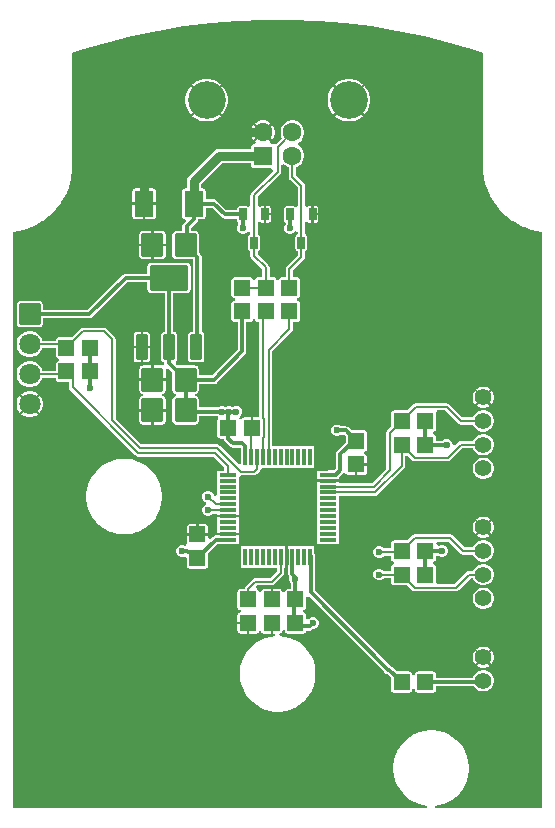
<source format=gtl>
G04*
G04 #@! TF.GenerationSoftware,Altium Limited,Altium Designer,22.3.1 (43)*
G04*
G04 Layer_Physical_Order=1*
G04 Layer_Color=255*
%FSLAX42Y42*%
%MOMM*%
G71*
G04*
G04 #@! TF.SameCoordinates,4198B530-315D-40FA-A6EC-FFF3DE07C210*
G04*
G04*
G04 #@! TF.FilePolarity,Positive*
G04*
G01*
G75*
%ADD11C,0.20*%
G04:AMPARAMS|DCode=13|XSize=1.4mm|YSize=1.4mm|CornerRadius=0.07mm|HoleSize=0mm|Usage=FLASHONLY|Rotation=90.000|XOffset=0mm|YOffset=0mm|HoleType=Round|Shape=RoundedRectangle|*
%AMROUNDEDRECTD13*
21,1,1.40,1.26,0,0,90.0*
21,1,1.26,1.40,0,0,90.0*
1,1,0.14,0.63,0.63*
1,1,0.14,0.63,-0.63*
1,1,0.14,-0.63,-0.63*
1,1,0.14,-0.63,0.63*
%
%ADD13ROUNDEDRECTD13*%
%ADD14R,1.45X0.30*%
%ADD15R,0.30X1.45*%
G04:AMPARAMS|DCode=16|XSize=1.4mm|YSize=1.4mm|CornerRadius=0.07mm|HoleSize=0mm|Usage=FLASHONLY|Rotation=0.000|XOffset=0mm|YOffset=0mm|HoleType=Round|Shape=RoundedRectangle|*
%AMROUNDEDRECTD16*
21,1,1.40,1.26,0,0,0.0*
21,1,1.26,1.40,0,0,0.0*
1,1,0.14,0.63,-0.63*
1,1,0.14,-0.63,-0.63*
1,1,0.14,-0.63,0.63*
1,1,0.14,0.63,0.63*
%
%ADD16ROUNDEDRECTD16*%
G04:AMPARAMS|DCode=17|XSize=2mm|YSize=1.8mm|CornerRadius=0.09mm|HoleSize=0mm|Usage=FLASHONLY|Rotation=90.000|XOffset=0mm|YOffset=0mm|HoleType=Round|Shape=RoundedRectangle|*
%AMROUNDEDRECTD17*
21,1,2.00,1.62,0,0,90.0*
21,1,1.82,1.80,0,0,90.0*
1,1,0.18,0.81,0.91*
1,1,0.18,0.81,-0.91*
1,1,0.18,-0.81,-0.91*
1,1,0.18,-0.81,0.91*
%
%ADD17ROUNDEDRECTD17*%
G04:AMPARAMS|DCode=18|XSize=3.25mm|YSize=2.15mm|CornerRadius=0.11mm|HoleSize=0mm|Usage=FLASHONLY|Rotation=180.000|XOffset=0mm|YOffset=0mm|HoleType=Round|Shape=RoundedRectangle|*
%AMROUNDEDRECTD18*
21,1,3.25,1.94,0,0,180.0*
21,1,3.04,2.15,0,0,180.0*
1,1,0.22,-1.52,0.97*
1,1,0.22,1.52,0.97*
1,1,0.22,1.52,-0.97*
1,1,0.22,-1.52,-0.97*
%
%ADD18ROUNDEDRECTD18*%
G04:AMPARAMS|DCode=19|XSize=1mm|YSize=2.15mm|CornerRadius=0.05mm|HoleSize=0mm|Usage=FLASHONLY|Rotation=180.000|XOffset=0mm|YOffset=0mm|HoleType=Round|Shape=RoundedRectangle|*
%AMROUNDEDRECTD19*
21,1,1.00,2.05,0,0,180.0*
21,1,0.90,2.15,0,0,180.0*
1,1,0.10,-0.45,1.02*
1,1,0.10,0.45,1.02*
1,1,0.10,0.45,-1.02*
1,1,0.10,-0.45,-1.02*
%
%ADD19ROUNDEDRECTD19*%
G04:AMPARAMS|DCode=20|XSize=2.2mm|YSize=1.6mm|CornerRadius=0.08mm|HoleSize=0mm|Usage=FLASHONLY|Rotation=270.000|XOffset=0mm|YOffset=0mm|HoleType=Round|Shape=RoundedRectangle|*
%AMROUNDEDRECTD20*
21,1,2.20,1.44,0,0,270.0*
21,1,2.04,1.60,0,0,270.0*
1,1,0.16,-0.72,-1.02*
1,1,0.16,-0.72,1.02*
1,1,0.16,0.72,1.02*
1,1,0.16,0.72,-1.02*
%
%ADD20ROUNDEDRECTD20*%
G04:AMPARAMS|DCode=21|XSize=0.6mm|YSize=1mm|CornerRadius=0.03mm|HoleSize=0mm|Usage=FLASHONLY|Rotation=0.000|XOffset=0mm|YOffset=0mm|HoleType=Round|Shape=RoundedRectangle|*
%AMROUNDEDRECTD21*
21,1,0.60,0.94,0,0,0.0*
21,1,0.54,1.00,0,0,0.0*
1,1,0.06,0.27,-0.47*
1,1,0.06,-0.27,-0.47*
1,1,0.06,-0.27,0.47*
1,1,0.06,0.27,0.47*
%
%ADD21ROUNDEDRECTD21*%
%ADD37C,0.30*%
%ADD38C,0.80*%
%ADD39C,1.40*%
%ADD40C,1.80*%
G04:AMPARAMS|DCode=41|XSize=1.8mm|YSize=1.8mm|CornerRadius=0.09mm|HoleSize=0mm|Usage=FLASHONLY|Rotation=270.000|XOffset=0mm|YOffset=0mm|HoleType=Round|Shape=RoundedRectangle|*
%AMROUNDEDRECTD41*
21,1,1.80,1.62,0,0,270.0*
21,1,1.62,1.80,0,0,270.0*
1,1,0.18,-0.81,-0.81*
1,1,0.18,-0.81,0.81*
1,1,0.18,0.81,0.81*
1,1,0.18,0.81,-0.81*
%
%ADD41ROUNDEDRECTD41*%
G04:AMPARAMS|DCode=42|XSize=1.6mm|YSize=1.6mm|CornerRadius=0.08mm|HoleSize=0mm|Usage=FLASHONLY|Rotation=180.000|XOffset=0mm|YOffset=0mm|HoleType=Round|Shape=RoundedRectangle|*
%AMROUNDEDRECTD42*
21,1,1.60,1.44,0,0,180.0*
21,1,1.44,1.60,0,0,180.0*
1,1,0.16,-0.72,0.72*
1,1,0.16,0.72,0.72*
1,1,0.16,0.72,-0.72*
1,1,0.16,-0.72,-0.72*
%
%ADD42ROUNDEDRECTD42*%
%ADD43C,3.20*%
%ADD44C,1.60*%
%ADD45C,0.60*%
G36*
X2413Y6739D02*
X2640Y6729D01*
X2866Y6711D01*
X3091Y6683D01*
X3314Y6646D01*
X3536Y6599D01*
X3756Y6543D01*
X3973Y6479D01*
X4039Y6456D01*
X4039Y5500D01*
X4039Y5499D01*
X4039Y5498D01*
X4040Y5465D01*
X4041Y5462D01*
X4040Y5459D01*
X4049Y5394D01*
X4050Y5391D01*
X4051Y5387D01*
X4067Y5323D01*
X4069Y5320D01*
X4070Y5316D01*
X4095Y5255D01*
X4097Y5252D01*
X4099Y5248D01*
X4131Y5192D01*
X4134Y5189D01*
X4136Y5185D01*
X4176Y5133D01*
X4179Y5130D01*
X4181Y5127D01*
X4227Y5081D01*
X4230Y5079D01*
X4233Y5076D01*
X4285Y5036D01*
X4289Y5034D01*
X4292Y5031D01*
X4348Y4999D01*
X4352Y4997D01*
X4355Y4995D01*
X4416Y4970D01*
X4420Y4969D01*
X4423Y4967D01*
X4487Y4951D01*
X4491Y4950D01*
X4494Y4949D01*
X4539Y4943D01*
Y61D01*
X3634D01*
X3633Y81D01*
X3661Y85D01*
X3663Y85D01*
X3664Y85D01*
X3702Y96D01*
X3703Y96D01*
X3704Y96D01*
X3741Y112D01*
X3742Y112D01*
X3743Y113D01*
X3777Y132D01*
X3778Y133D01*
X3779Y134D01*
X3811Y158D01*
X3812Y159D01*
X3813Y160D01*
X3840Y187D01*
X3841Y188D01*
X3842Y189D01*
X3866Y221D01*
X3867Y222D01*
X3868Y223D01*
X3887Y257D01*
X3888Y258D01*
X3888Y259D01*
X3904Y296D01*
X3904Y297D01*
X3904Y298D01*
X3915Y336D01*
X3915Y337D01*
X3915Y339D01*
X3920Y378D01*
X3920Y379D01*
X3920Y380D01*
Y420D01*
X3920Y421D01*
X3920Y422D01*
X3915Y461D01*
X3915Y463D01*
X3915Y464D01*
X3904Y502D01*
X3904Y503D01*
X3904Y504D01*
X3888Y541D01*
X3888Y542D01*
X3887Y543D01*
X3868Y577D01*
X3867Y578D01*
X3866Y579D01*
X3842Y611D01*
X3841Y612D01*
X3840Y613D01*
X3813Y640D01*
X3812Y641D01*
X3811Y642D01*
X3779Y666D01*
X3778Y667D01*
X3777Y668D01*
X3743Y687D01*
X3742Y688D01*
X3741Y688D01*
X3704Y704D01*
X3703Y704D01*
X3702Y704D01*
X3664Y715D01*
X3663Y715D01*
X3661Y715D01*
X3622Y720D01*
X3621Y720D01*
X3620Y720D01*
X3580D01*
X3579Y720D01*
X3578Y720D01*
X3539Y715D01*
X3537Y715D01*
X3536Y715D01*
X3498Y704D01*
X3497Y704D01*
X3496Y704D01*
X3459Y688D01*
X3458Y688D01*
X3457Y687D01*
X3423Y668D01*
X3422Y667D01*
X3421Y666D01*
X3389Y642D01*
X3388Y641D01*
X3387Y640D01*
X3360Y613D01*
X3359Y612D01*
X3358Y611D01*
X3334Y579D01*
X3333Y578D01*
X3332Y577D01*
X3313Y543D01*
X3312Y542D01*
X3312Y541D01*
X3296Y504D01*
X3296Y503D01*
X3296Y502D01*
X3285Y464D01*
X3285Y463D01*
X3285Y461D01*
X3280Y422D01*
X3280Y421D01*
X3280Y420D01*
Y380D01*
X3280Y379D01*
X3280Y378D01*
X3285Y339D01*
X3285Y337D01*
X3285Y336D01*
X3296Y298D01*
X3296Y297D01*
X3296Y296D01*
X3312Y259D01*
X3312Y258D01*
X3313Y257D01*
X3332Y223D01*
X3333Y222D01*
X3334Y221D01*
X3358Y189D01*
X3359Y188D01*
X3360Y187D01*
X3387Y160D01*
X3388Y159D01*
X3389Y158D01*
X3421Y134D01*
X3422Y133D01*
X3423Y132D01*
X3457Y113D01*
X3458Y112D01*
X3459Y112D01*
X3496Y96D01*
X3497Y96D01*
X3498Y96D01*
X3536Y85D01*
X3537Y85D01*
X3539Y85D01*
X3567Y81D01*
X3566Y61D01*
X61D01*
Y4943D01*
X106Y4949D01*
X109Y4950D01*
X113Y4951D01*
X177Y4967D01*
X180Y4969D01*
X184Y4970D01*
X245Y4995D01*
X248Y4997D01*
X252Y4999D01*
X308Y5031D01*
X311Y5034D01*
X315Y5036D01*
X367Y5076D01*
X370Y5079D01*
X373Y5081D01*
X419Y5127D01*
X421Y5130D01*
X424Y5133D01*
X464Y5185D01*
X466Y5189D01*
X469Y5192D01*
X501Y5248D01*
X503Y5252D01*
X505Y5255D01*
X530Y5316D01*
X531Y5320D01*
X533Y5323D01*
X549Y5387D01*
X550Y5391D01*
X551Y5394D01*
X560Y5459D01*
X559Y5462D01*
X560Y5465D01*
X561Y5498D01*
X561Y5499D01*
X561Y5500D01*
X561Y6456D01*
X627Y6479D01*
X844Y6543D01*
X1064Y6599D01*
X1286Y6646D01*
X1509Y6683D01*
X1734Y6711D01*
X1960Y6729D01*
X2187Y6739D01*
X2413Y6739D01*
D02*
G37*
%LPC*%
G36*
X2920Y6235D02*
X2884D01*
X2849Y6229D01*
X2817Y6215D01*
X2787Y6195D01*
X2782Y6190D01*
X2902Y6070D01*
X3022Y6190D01*
X3017Y6195D01*
X2987Y6215D01*
X2955Y6229D01*
X2920Y6235D01*
D02*
G37*
G36*
X1716D02*
X1680D01*
X1645Y6229D01*
X1613Y6215D01*
X1583Y6195D01*
X1578Y6190D01*
X1698Y6070D01*
X1818Y6190D01*
X1813Y6195D01*
X1783Y6215D01*
X1751Y6229D01*
X1716Y6235D01*
D02*
G37*
G36*
X2768Y6176D02*
X2762Y6170D01*
X2742Y6141D01*
X2729Y6108D01*
X2722Y6073D01*
Y6038D01*
X2729Y6003D01*
X2742Y5970D01*
X2762Y5941D01*
X2768Y5935D01*
X2888Y6056D01*
X2768Y6176D01*
D02*
G37*
G36*
X3036Y6176D02*
X2916Y6056D01*
X3036Y5935D01*
X3042Y5941D01*
X3062Y5970D01*
X3075Y6003D01*
X3082Y6038D01*
Y6073D01*
X3075Y6108D01*
X3062Y6141D01*
X3042Y6170D01*
X3036Y6176D01*
D02*
G37*
G36*
X1832Y6176D02*
X1712Y6056D01*
X1832Y5935D01*
X1838Y5941D01*
X1858Y5970D01*
X1871Y6003D01*
X1878Y6038D01*
Y6073D01*
X1871Y6108D01*
X1858Y6141D01*
X1838Y6170D01*
X1832Y6176D01*
D02*
G37*
G36*
X1564D02*
X1558Y6170D01*
X1538Y6141D01*
X1525Y6108D01*
X1518Y6073D01*
Y6038D01*
X1525Y6003D01*
X1538Y5970D01*
X1558Y5941D01*
X1564Y5935D01*
X1684Y6056D01*
X1564Y6176D01*
D02*
G37*
G36*
X2902Y6041D02*
X2782Y5921D01*
X2787Y5916D01*
X2817Y5896D01*
X2849Y5882D01*
X2884Y5876D01*
X2920D01*
X2955Y5882D01*
X2987Y5896D01*
X3017Y5916D01*
X3022Y5921D01*
X2902Y6041D01*
D02*
G37*
G36*
X1698Y6041D02*
X1578Y5921D01*
X1583Y5916D01*
X1613Y5896D01*
X1645Y5882D01*
X1680Y5876D01*
X1716D01*
X1751Y5882D01*
X1783Y5896D01*
X1813Y5916D01*
X1818Y5921D01*
X1698Y6041D01*
D02*
G37*
G36*
X2188Y5885D02*
X2162D01*
X2136Y5878D01*
X2114Y5865D01*
X2111Y5862D01*
X2175Y5799D01*
X2239Y5862D01*
X2236Y5865D01*
X2214Y5878D01*
X2188Y5885D01*
D02*
G37*
G36*
X2253Y5848D02*
X2189Y5784D01*
X2253Y5721D01*
X2255Y5723D01*
X2268Y5746D01*
X2275Y5771D01*
Y5798D01*
X2268Y5823D01*
X2255Y5846D01*
X2253Y5848D01*
D02*
G37*
G36*
X2097Y5848D02*
X2095Y5846D01*
X2082Y5823D01*
X2075Y5798D01*
Y5771D01*
X2082Y5746D01*
X2095Y5723D01*
X2097Y5721D01*
X2161Y5784D01*
X2097Y5848D01*
D02*
G37*
G36*
X2438Y5885D02*
X2412D01*
X2386Y5878D01*
X2364Y5865D01*
X2345Y5846D01*
X2332Y5823D01*
X2325Y5798D01*
Y5771D01*
X2332Y5746D01*
X2336Y5739D01*
X2284Y5687D01*
X2275Y5681D01*
X2258Y5683D01*
X2247Y5685D01*
X2243D01*
X2237Y5702D01*
X2237Y5705D01*
X2239Y5707D01*
X2175Y5770D01*
X2111Y5707D01*
X2113Y5705D01*
X2113Y5702D01*
X2107Y5685D01*
X2103D01*
X2092Y5683D01*
X2083Y5677D01*
X2077Y5667D01*
X2074Y5656D01*
Y5646D01*
X1805D01*
X1781Y5641D01*
X1761Y5628D01*
X1547Y5413D01*
X1533Y5393D01*
X1529Y5370D01*
Y5311D01*
X1518D01*
X1507Y5308D01*
X1498Y5302D01*
X1492Y5293D01*
X1489Y5282D01*
Y5078D01*
X1492Y5067D01*
X1498Y5058D01*
X1507Y5052D01*
X1512Y5051D01*
X1521Y5031D01*
X1505Y5015D01*
X1497Y5004D01*
X1494Y4990D01*
Y4951D01*
X1439D01*
X1428Y4948D01*
X1418Y4942D01*
X1412Y4932D01*
X1409Y4921D01*
Y4739D01*
X1412Y4728D01*
X1418Y4718D01*
X1428Y4712D01*
X1439Y4709D01*
X1584D01*
Y4095D01*
X1565D01*
X1555Y4094D01*
X1547Y4088D01*
X1541Y4080D01*
X1540Y4070D01*
Y3865D01*
X1541Y3855D01*
X1547Y3847D01*
X1555Y3841D01*
X1565Y3840D01*
X1655D01*
X1665Y3841D01*
X1673Y3847D01*
X1679Y3855D01*
X1680Y3865D01*
Y4070D01*
X1679Y4080D01*
X1673Y4088D01*
X1665Y4094D01*
X1656Y4095D01*
Y4730D01*
X1653Y4744D01*
X1645Y4755D01*
X1631Y4770D01*
Y4921D01*
X1628Y4932D01*
X1622Y4942D01*
X1612Y4948D01*
X1601Y4951D01*
X1566D01*
Y4975D01*
X1615Y5025D01*
X1623Y5036D01*
X1626Y5049D01*
X1662D01*
X1673Y5052D01*
X1682Y5058D01*
X1688Y5067D01*
X1691Y5078D01*
Y5144D01*
X1745D01*
X1825Y5065D01*
X1836Y5057D01*
X1850Y5054D01*
X1955D01*
Y5043D01*
X1956Y5034D01*
X1961Y5026D01*
X1966Y5024D01*
X1967Y5007D01*
X1966Y5002D01*
X1963Y4998D01*
X1955Y4980D01*
Y4960D01*
X1963Y4942D01*
X1977Y4928D01*
X1995Y4920D01*
X2015D01*
X2033Y4928D01*
X2047Y4942D01*
X2049Y4947D01*
X2069Y4943D01*
Y4920D01*
X2064Y4919D01*
X2056Y4914D01*
X2051Y4906D01*
X2050Y4897D01*
Y4803D01*
X2051Y4794D01*
X2056Y4786D01*
X2064Y4781D01*
X2069Y4780D01*
Y4740D01*
X2069Y4740D01*
X2072Y4728D01*
X2078Y4718D01*
X2169Y4627D01*
Y4561D01*
X2137D01*
X2126Y4558D01*
X2118Y4552D01*
X2112Y4544D01*
X2109Y4533D01*
X2091D01*
X2088Y4544D01*
X2082Y4552D01*
X2074Y4558D01*
X2063Y4561D01*
X1937D01*
X1926Y4558D01*
X1918Y4552D01*
X1912Y4544D01*
X1909Y4533D01*
Y4407D01*
X1912Y4396D01*
X1918Y4388D01*
X1926Y4382D01*
X1937Y4379D01*
Y4361D01*
X1926Y4358D01*
X1918Y4352D01*
X1912Y4344D01*
X1909Y4333D01*
Y4207D01*
X1912Y4196D01*
X1918Y4188D01*
X1926Y4182D01*
X1937Y4179D01*
X1964D01*
Y3945D01*
X1745Y3726D01*
X1631D01*
Y3781D01*
X1628Y3792D01*
X1622Y3802D01*
X1612Y3808D01*
X1601Y3811D01*
X1450D01*
X1439Y3822D01*
X1438Y3826D01*
X1442Y3846D01*
X1443Y3847D01*
X1449Y3855D01*
X1450Y3865D01*
Y4070D01*
X1449Y4080D01*
X1443Y4088D01*
X1435Y4094D01*
X1425Y4095D01*
X1416D01*
Y4424D01*
X1532D01*
X1544Y4427D01*
X1554Y4434D01*
X1561Y4444D01*
X1563Y4456D01*
Y4649D01*
X1561Y4661D01*
X1554Y4671D01*
X1544Y4678D01*
X1532Y4681D01*
X1228D01*
X1216Y4678D01*
X1206Y4671D01*
X1199Y4661D01*
X1197Y4649D01*
Y4588D01*
X1012D01*
X999Y4585D01*
X987Y4578D01*
X689Y4280D01*
X311D01*
Y4325D01*
X308Y4336D01*
X302Y4346D01*
X292Y4352D01*
X281Y4355D01*
X119D01*
X108Y4352D01*
X98Y4346D01*
X92Y4336D01*
X89Y4325D01*
Y4163D01*
X92Y4152D01*
X98Y4142D01*
X108Y4136D01*
X119Y4133D01*
X281D01*
X292Y4136D01*
X302Y4142D01*
X308Y4152D01*
X311Y4163D01*
Y4208D01*
X704D01*
X718Y4211D01*
X729Y4219D01*
X1027Y4517D01*
X1197D01*
Y4456D01*
X1199Y4444D01*
X1206Y4434D01*
X1216Y4427D01*
X1228Y4424D01*
X1344D01*
Y4095D01*
X1335D01*
X1325Y4094D01*
X1317Y4088D01*
X1311Y4080D01*
X1310Y4070D01*
Y3865D01*
X1311Y3855D01*
X1317Y3847D01*
X1325Y3841D01*
X1335Y3840D01*
X1336D01*
X1341Y3824D01*
X1326Y3809D01*
X1321Y3811D01*
X1250D01*
Y3700D01*
X1351D01*
Y3781D01*
X1351Y3781D01*
X1369Y3790D01*
X1409Y3750D01*
Y3599D01*
X1412Y3588D01*
X1418Y3578D01*
X1428Y3572D01*
X1439Y3569D01*
Y3551D01*
X1428Y3548D01*
X1418Y3542D01*
X1412Y3532D01*
X1409Y3521D01*
Y3339D01*
X1412Y3328D01*
X1418Y3318D01*
X1428Y3312D01*
X1439Y3309D01*
X1601D01*
X1612Y3312D01*
X1622Y3318D01*
X1628Y3328D01*
X1631Y3339D01*
Y3384D01*
X1795D01*
X1797Y3365D01*
X1795Y3359D01*
X1792Y3354D01*
X1789Y3343D01*
Y3217D01*
X1792Y3206D01*
X1798Y3198D01*
X1806Y3192D01*
X1817Y3189D01*
X1844D01*
X1847Y3176D01*
X1855Y3165D01*
X1895Y3125D01*
X1906Y3117D01*
X1920Y3114D01*
X1985D01*
X1989Y3110D01*
Y3033D01*
X1990Y3029D01*
Y2979D01*
X1972Y2972D01*
X1812Y3132D01*
X1802Y3138D01*
X1790Y3141D01*
X1790Y3141D01*
X1147D01*
X928Y3360D01*
Y4033D01*
X925Y4045D01*
X919Y4055D01*
X919Y4055D01*
X852Y4122D01*
X842Y4128D01*
X830Y4131D01*
X830Y4131D01*
X650D01*
X650Y4131D01*
X638Y4128D01*
X628Y4122D01*
X628Y4122D01*
X557Y4051D01*
X447D01*
X436Y4048D01*
X428Y4042D01*
X422Y4034D01*
X419Y4023D01*
Y4021D01*
X306D01*
X303Y4032D01*
X288Y4058D01*
X268Y4078D01*
X242Y4093D01*
X214Y4100D01*
X186D01*
X158Y4093D01*
X132Y4078D01*
X112Y4058D01*
X97Y4032D01*
X90Y4004D01*
Y3976D01*
X97Y3948D01*
X112Y3922D01*
X132Y3902D01*
X158Y3887D01*
X186Y3880D01*
X214D01*
X242Y3887D01*
X268Y3902D01*
X288Y3922D01*
X303Y3948D01*
X306Y3959D01*
X419D01*
Y3897D01*
X422Y3886D01*
X428Y3878D01*
X436Y3872D01*
X447Y3869D01*
Y3851D01*
X436Y3848D01*
X428Y3842D01*
X422Y3834D01*
X419Y3823D01*
Y3767D01*
X306D01*
X303Y3778D01*
X288Y3804D01*
X268Y3824D01*
X242Y3839D01*
X214Y3846D01*
X186D01*
X158Y3839D01*
X132Y3824D01*
X112Y3804D01*
X97Y3778D01*
X90Y3750D01*
Y3722D01*
X97Y3694D01*
X112Y3668D01*
X132Y3648D01*
X158Y3633D01*
X186Y3626D01*
X214D01*
X242Y3633D01*
X268Y3648D01*
X288Y3668D01*
X303Y3694D01*
X306Y3705D01*
X419D01*
Y3697D01*
X422Y3686D01*
X428Y3678D01*
X436Y3672D01*
X447Y3669D01*
X532D01*
Y3625D01*
X532Y3625D01*
X535Y3613D01*
X541Y3603D01*
X1096Y3048D01*
X1096Y3048D01*
X1106Y3042D01*
X1118Y3039D01*
X1757D01*
X1847Y2950D01*
Y2920D01*
X1785D01*
Y2800D01*
Y2713D01*
X1765Y2702D01*
X1760Y2706D01*
Y2710D01*
X1752Y2728D01*
X1738Y2742D01*
X1720Y2750D01*
X1700D01*
X1682Y2742D01*
X1668Y2728D01*
X1660Y2710D01*
Y2690D01*
X1668Y2672D01*
X1682Y2658D01*
X1692Y2653D01*
X1692Y2632D01*
X1681Y2627D01*
X1667Y2613D01*
X1659Y2595D01*
Y2575D01*
X1667Y2557D01*
X1681Y2543D01*
X1699Y2535D01*
X1719D01*
X1738Y2543D01*
X1749Y2554D01*
X1785D01*
Y2545D01*
X1877D01*
X1970D01*
Y2550D01*
Y2650D01*
Y2750D01*
Y2865D01*
X1990Y2879D01*
X2100D01*
X2100Y2879D01*
X2112Y2882D01*
X2122Y2888D01*
X2147Y2913D01*
X2147Y2913D01*
X2153Y2923D01*
X2156Y2935D01*
X2174Y2940D01*
X2610D01*
Y3125D01*
X2256D01*
Y3932D01*
X2422Y4098D01*
X2422Y4098D01*
X2428Y4108D01*
X2431Y4120D01*
X2431Y4120D01*
Y4179D01*
X2463D01*
X2474Y4182D01*
X2482Y4188D01*
X2488Y4196D01*
X2491Y4207D01*
Y4333D01*
X2488Y4344D01*
X2482Y4352D01*
X2474Y4358D01*
X2463Y4361D01*
Y4379D01*
X2474Y4382D01*
X2482Y4388D01*
X2488Y4396D01*
X2491Y4407D01*
Y4533D01*
X2488Y4544D01*
X2482Y4552D01*
X2474Y4558D01*
X2463Y4561D01*
X2431D01*
Y4617D01*
X2522Y4708D01*
X2528Y4718D01*
X2531Y4730D01*
X2531Y4730D01*
Y4780D01*
X2536Y4781D01*
X2544Y4786D01*
X2549Y4794D01*
X2550Y4803D01*
Y4897D01*
X2549Y4906D01*
X2544Y4914D01*
X2536Y4919D01*
X2531Y4920D01*
Y5022D01*
X2551Y5028D01*
X2551Y5026D01*
X2559Y5021D01*
X2568Y5020D01*
X2585D01*
Y5090D01*
Y5160D01*
X2568D01*
X2559Y5159D01*
X2551Y5154D01*
X2551Y5152D01*
X2531Y5158D01*
Y5330D01*
X2528Y5342D01*
X2522Y5352D01*
X2522Y5352D01*
X2456Y5418D01*
Y5489D01*
X2464Y5491D01*
X2486Y5504D01*
X2505Y5523D01*
X2518Y5546D01*
X2525Y5571D01*
Y5598D01*
X2518Y5623D01*
X2505Y5646D01*
X2486Y5665D01*
X2471Y5674D01*
X2471Y5674D01*
Y5695D01*
X2471Y5695D01*
X2486Y5704D01*
X2505Y5723D01*
X2518Y5746D01*
X2525Y5771D01*
Y5798D01*
X2518Y5823D01*
X2505Y5846D01*
X2486Y5865D01*
X2464Y5878D01*
X2438Y5885D01*
D02*
G37*
G36*
X1242Y5311D02*
X1180D01*
Y5190D01*
X1271D01*
Y5282D01*
X1268Y5293D01*
X1262Y5302D01*
X1253Y5308D01*
X1242Y5311D01*
D02*
G37*
G36*
X1160D02*
X1098D01*
X1087Y5308D01*
X1078Y5302D01*
X1072Y5293D01*
X1069Y5282D01*
Y5190D01*
X1160D01*
Y5311D01*
D02*
G37*
G36*
X2622Y5160D02*
X2605D01*
Y5100D01*
X2645D01*
Y5137D01*
X2644Y5146D01*
X2639Y5154D01*
X2631Y5159D01*
X2622Y5160D01*
D02*
G37*
G36*
X1271Y5170D02*
X1180D01*
Y5049D01*
X1242D01*
X1253Y5052D01*
X1262Y5058D01*
X1268Y5067D01*
X1271Y5078D01*
Y5170D01*
D02*
G37*
G36*
X1160D02*
X1069D01*
Y5078D01*
X1072Y5067D01*
X1078Y5058D01*
X1087Y5052D01*
X1098Y5049D01*
X1160D01*
Y5170D01*
D02*
G37*
G36*
X2645Y5080D02*
X2605D01*
Y5020D01*
X2622D01*
X2631Y5021D01*
X2639Y5026D01*
X2644Y5034D01*
X2645Y5043D01*
Y5080D01*
D02*
G37*
G36*
X1321Y4951D02*
X1250D01*
Y4840D01*
X1351D01*
Y4921D01*
X1348Y4932D01*
X1342Y4942D01*
X1332Y4948D01*
X1321Y4951D01*
D02*
G37*
G36*
X1230D02*
X1159D01*
X1148Y4948D01*
X1138Y4942D01*
X1132Y4932D01*
X1129Y4921D01*
Y4840D01*
X1230D01*
Y4951D01*
D02*
G37*
G36*
X1351Y4820D02*
X1250D01*
Y4709D01*
X1321D01*
X1332Y4712D01*
X1342Y4718D01*
X1348Y4728D01*
X1351Y4739D01*
Y4820D01*
D02*
G37*
G36*
X1230D02*
X1129D01*
Y4739D01*
X1132Y4728D01*
X1138Y4718D01*
X1148Y4712D01*
X1159Y4709D01*
X1230D01*
Y4820D01*
D02*
G37*
G36*
X1195Y4095D02*
X1160D01*
Y3978D01*
X1220D01*
Y4070D01*
X1219Y4080D01*
X1213Y4088D01*
X1205Y4094D01*
X1195Y4095D01*
D02*
G37*
G36*
X1140D02*
X1105D01*
X1095Y4094D01*
X1087Y4088D01*
X1081Y4080D01*
X1080Y4070D01*
Y3978D01*
X1140D01*
Y4095D01*
D02*
G37*
G36*
X1220Y3958D02*
X1160D01*
Y3840D01*
X1195D01*
X1205Y3841D01*
X1213Y3847D01*
X1219Y3855D01*
X1220Y3865D01*
Y3958D01*
D02*
G37*
G36*
X1140D02*
X1080D01*
Y3865D01*
X1081Y3855D01*
X1087Y3847D01*
X1095Y3841D01*
X1105Y3840D01*
X1140D01*
Y3958D01*
D02*
G37*
G36*
X1230Y3811D02*
X1159D01*
X1148Y3808D01*
X1138Y3802D01*
X1132Y3792D01*
X1129Y3781D01*
Y3700D01*
X1230D01*
Y3811D01*
D02*
G37*
G36*
X4052Y3630D02*
X4028D01*
X4005Y3624D01*
X3985Y3612D01*
X3983Y3611D01*
X4040Y3554D01*
X4097Y3611D01*
X4095Y3612D01*
X4075Y3624D01*
X4052Y3630D01*
D02*
G37*
G36*
X214Y3592D02*
X186D01*
X158Y3585D01*
X132Y3570D01*
X129Y3567D01*
X200Y3496D01*
X271Y3567D01*
X268Y3570D01*
X242Y3585D01*
X214Y3592D01*
D02*
G37*
G36*
X4111Y3597D02*
X4054Y3540D01*
X4111Y3483D01*
X4112Y3485D01*
X4124Y3505D01*
X4130Y3528D01*
Y3552D01*
X4124Y3575D01*
X4112Y3595D01*
X4111Y3597D01*
D02*
G37*
G36*
X3969D02*
X3968Y3595D01*
X3956Y3575D01*
X3950Y3552D01*
Y3528D01*
X3956Y3505D01*
X3968Y3485D01*
X3969Y3483D01*
X4026Y3540D01*
X3969Y3597D01*
D02*
G37*
G36*
X4040Y3526D02*
X3983Y3469D01*
X3985Y3468D01*
X4005Y3456D01*
X4028Y3450D01*
X4052D01*
X4075Y3456D01*
X4095Y3468D01*
X4097Y3469D01*
X4040Y3526D01*
D02*
G37*
G36*
X1351Y3680D02*
X1240D01*
X1129D01*
Y3599D01*
X1132Y3588D01*
X1138Y3578D01*
X1148Y3572D01*
X1159Y3569D01*
Y3551D01*
X1148Y3548D01*
X1138Y3542D01*
X1132Y3532D01*
X1129Y3521D01*
Y3440D01*
X1240D01*
X1351D01*
Y3521D01*
X1348Y3532D01*
X1342Y3542D01*
X1332Y3548D01*
X1321Y3551D01*
Y3569D01*
X1332Y3572D01*
X1342Y3578D01*
X1348Y3588D01*
X1351Y3599D01*
Y3680D01*
D02*
G37*
G36*
X285Y3553D02*
X214Y3482D01*
X285Y3411D01*
X288Y3414D01*
X303Y3440D01*
X310Y3468D01*
Y3496D01*
X303Y3524D01*
X288Y3550D01*
X285Y3553D01*
D02*
G37*
G36*
X115D02*
X112Y3550D01*
X97Y3524D01*
X90Y3496D01*
Y3468D01*
X97Y3440D01*
X112Y3414D01*
X115Y3411D01*
X186Y3482D01*
X115Y3553D01*
D02*
G37*
G36*
X200Y3468D02*
X129Y3397D01*
X132Y3394D01*
X158Y3379D01*
X186Y3372D01*
X214D01*
X242Y3379D01*
X268Y3394D01*
X271Y3397D01*
X200Y3468D01*
D02*
G37*
G36*
X1351Y3420D02*
X1250D01*
Y3309D01*
X1321D01*
X1332Y3312D01*
X1342Y3318D01*
X1348Y3328D01*
X1351Y3339D01*
Y3420D01*
D02*
G37*
G36*
X1230D02*
X1129D01*
Y3339D01*
X1132Y3328D01*
X1138Y3318D01*
X1148Y3312D01*
X1159Y3309D01*
X1230D01*
Y3420D01*
D02*
G37*
G36*
X3730Y3491D02*
X3730Y3491D01*
X3470D01*
X3458Y3488D01*
X3448Y3482D01*
X3397Y3431D01*
X3287D01*
X3276Y3428D01*
X3268Y3422D01*
X3262Y3414D01*
X3259Y3403D01*
Y3293D01*
X3228Y3262D01*
X3222Y3252D01*
X3219Y3240D01*
X3219Y3240D01*
Y3062D01*
Y2934D01*
X3101Y2816D01*
X2815D01*
Y2825D01*
X2723D01*
X2630D01*
Y2800D01*
Y2700D01*
Y2600D01*
Y2500D01*
Y2400D01*
Y2300D01*
X2815D01*
Y2400D01*
Y2500D01*
Y2600D01*
Y2704D01*
X3123D01*
X3123Y2704D01*
X3135Y2707D01*
X3145Y2713D01*
X3372Y2940D01*
X3378Y2950D01*
X3381Y2962D01*
Y3041D01*
X3401Y3046D01*
X3438Y3008D01*
X3438Y3008D01*
X3448Y3002D01*
X3460Y2999D01*
X3460Y2999D01*
X3740D01*
X3740Y2999D01*
X3752Y3002D01*
X3762Y3008D01*
X3863Y3109D01*
X3955D01*
X3956Y3105D01*
X3968Y3085D01*
X3985Y3068D01*
X4005Y3056D01*
X4028Y3050D01*
X4052D01*
X4075Y3056D01*
X4095Y3068D01*
X4112Y3085D01*
X4124Y3105D01*
X4130Y3128D01*
Y3152D01*
X4124Y3175D01*
X4112Y3195D01*
X4095Y3212D01*
X4075Y3224D01*
X4052Y3230D01*
X4028D01*
X4005Y3224D01*
X3985Y3212D01*
X3968Y3195D01*
X3956Y3175D01*
X3955Y3171D01*
X3850D01*
X3850Y3171D01*
X3838Y3168D01*
X3828Y3162D01*
X3800Y3133D01*
X3780Y3141D01*
Y3148D01*
X3772Y3166D01*
X3758Y3180D01*
X3740Y3188D01*
X3720D01*
X3701Y3180D01*
X3695Y3174D01*
X3641D01*
Y3203D01*
X3638Y3214D01*
X3632Y3222D01*
X3624Y3228D01*
X3613Y3231D01*
Y3249D01*
X3624Y3252D01*
X3632Y3258D01*
X3638Y3266D01*
X3641Y3277D01*
Y3403D01*
X3639Y3409D01*
X3647Y3423D01*
X3652Y3429D01*
X3717D01*
X3828Y3318D01*
X3838Y3312D01*
X3850Y3309D01*
X3955D01*
X3956Y3305D01*
X3968Y3285D01*
X3985Y3268D01*
X4005Y3256D01*
X4028Y3250D01*
X4052D01*
X4075Y3256D01*
X4095Y3268D01*
X4112Y3285D01*
X4124Y3305D01*
X4130Y3328D01*
Y3352D01*
X4124Y3375D01*
X4112Y3395D01*
X4095Y3412D01*
X4075Y3424D01*
X4052Y3430D01*
X4028D01*
X4005Y3424D01*
X3985Y3412D01*
X3968Y3395D01*
X3956Y3375D01*
X3955Y3371D01*
X3863D01*
X3752Y3482D01*
X3742Y3488D01*
X3730Y3491D01*
D02*
G37*
G36*
X1020Y3020D02*
X980D01*
X979Y3020D01*
X978Y3020D01*
X939Y3015D01*
X937Y3015D01*
X936Y3015D01*
X898Y3004D01*
X897Y3004D01*
X896Y3004D01*
X859Y2988D01*
X858Y2988D01*
X857Y2987D01*
X823Y2968D01*
X822Y2967D01*
X821Y2966D01*
X789Y2942D01*
X788Y2941D01*
X787Y2940D01*
X760Y2913D01*
X759Y2912D01*
X758Y2911D01*
X734Y2879D01*
X733Y2878D01*
X732Y2877D01*
X713Y2843D01*
X712Y2842D01*
X712Y2841D01*
X696Y2804D01*
X696Y2803D01*
X696Y2802D01*
X685Y2764D01*
X685Y2763D01*
X685Y2761D01*
X680Y2722D01*
X680Y2721D01*
X680Y2720D01*
Y2680D01*
X680Y2679D01*
X680Y2678D01*
X685Y2639D01*
X685Y2637D01*
X685Y2636D01*
X696Y2598D01*
X696Y2597D01*
X696Y2596D01*
X712Y2559D01*
X712Y2558D01*
X713Y2557D01*
X732Y2523D01*
X733Y2522D01*
X734Y2521D01*
X758Y2489D01*
X759Y2488D01*
X760Y2487D01*
X787Y2460D01*
X788Y2459D01*
X789Y2458D01*
X821Y2434D01*
X822Y2433D01*
X823Y2432D01*
X857Y2413D01*
X858Y2412D01*
X859Y2412D01*
X896Y2396D01*
X897Y2396D01*
X898Y2396D01*
X936Y2385D01*
X937Y2385D01*
X939Y2385D01*
X978Y2380D01*
X979Y2380D01*
X980Y2380D01*
X1020D01*
X1021Y2380D01*
X1022Y2380D01*
X1061Y2385D01*
X1063Y2385D01*
X1064Y2385D01*
X1102Y2396D01*
X1103Y2396D01*
X1104Y2396D01*
X1141Y2412D01*
X1142Y2412D01*
X1143Y2413D01*
X1177Y2432D01*
X1178Y2433D01*
X1179Y2434D01*
X1211Y2458D01*
X1212Y2459D01*
X1213Y2460D01*
X1240Y2487D01*
X1241Y2488D01*
X1242Y2489D01*
X1266Y2521D01*
X1267Y2522D01*
X1268Y2523D01*
X1287Y2557D01*
X1288Y2558D01*
X1288Y2559D01*
X1304Y2596D01*
X1304Y2597D01*
X1304Y2598D01*
X1315Y2636D01*
X1315Y2637D01*
X1315Y2639D01*
X1320Y2678D01*
X1320Y2679D01*
X1320Y2680D01*
Y2720D01*
X1320Y2721D01*
X1320Y2722D01*
X1315Y2761D01*
X1315Y2763D01*
X1315Y2764D01*
X1304Y2802D01*
X1304Y2803D01*
X1304Y2804D01*
X1288Y2841D01*
X1288Y2842D01*
X1287Y2843D01*
X1268Y2877D01*
X1267Y2878D01*
X1266Y2879D01*
X1242Y2911D01*
X1241Y2912D01*
X1240Y2913D01*
X1213Y2940D01*
X1212Y2941D01*
X1211Y2942D01*
X1179Y2966D01*
X1178Y2967D01*
X1177Y2968D01*
X1143Y2987D01*
X1142Y2988D01*
X1141Y2988D01*
X1104Y3004D01*
X1103Y3004D01*
X1102Y3004D01*
X1064Y3015D01*
X1063Y3015D01*
X1061Y3015D01*
X1022Y3020D01*
X1021Y3020D01*
X1020Y3020D01*
D02*
G37*
G36*
X3056Y2962D02*
X2975D01*
Y2881D01*
X3028D01*
X3039Y2883D01*
X3048Y2889D01*
X3054Y2898D01*
X3056Y2909D01*
Y2962D01*
D02*
G37*
G36*
X2812Y3310D02*
X2792D01*
X2774Y3302D01*
X2760Y3288D01*
X2752Y3270D01*
Y3250D01*
X2760Y3232D01*
X2774Y3218D01*
X2792Y3210D01*
X2812D01*
X2831Y3218D01*
X2837Y3224D01*
X2862D01*
X2875Y3212D01*
Y3152D01*
X2806Y3084D01*
X2798Y3072D01*
X2796Y3059D01*
Y2936D01*
X2780Y2921D01*
X2723D01*
X2719Y2920D01*
X2630D01*
Y2845D01*
X2723D01*
X2815D01*
Y2856D01*
X2820Y2860D01*
X2857Y2896D01*
X2857Y2896D01*
X2864Y2897D01*
X2879Y2894D01*
X2883Y2889D01*
X2892Y2883D01*
X2902Y2881D01*
X2955D01*
Y2972D01*
X2965D01*
Y2982D01*
X3056D01*
Y3035D01*
X3054Y3045D01*
X3048Y3054D01*
X3039Y3060D01*
X3028Y3062D01*
Y3081D01*
X3039Y3083D01*
X3048Y3089D01*
X3054Y3098D01*
X3056Y3109D01*
Y3235D01*
X3054Y3245D01*
X3048Y3254D01*
X3039Y3260D01*
X3028Y3262D01*
X2925D01*
X2902Y3285D01*
X2891Y3293D01*
X2877Y3296D01*
X2837D01*
X2831Y3302D01*
X2812Y3310D01*
D02*
G37*
G36*
X4052Y3030D02*
X4028D01*
X4005Y3024D01*
X3985Y3012D01*
X3968Y2995D01*
X3956Y2975D01*
X3950Y2952D01*
Y2928D01*
X3956Y2905D01*
X3968Y2885D01*
X3985Y2868D01*
X4005Y2856D01*
X4028Y2850D01*
X4052D01*
X4075Y2856D01*
X4095Y2868D01*
X4112Y2885D01*
X4124Y2905D01*
X4130Y2928D01*
Y2952D01*
X4124Y2975D01*
X4112Y2995D01*
X4095Y3012D01*
X4075Y3024D01*
X4052Y3030D01*
D02*
G37*
G36*
Y2530D02*
X4028D01*
X4005Y2524D01*
X3985Y2512D01*
X3983Y2511D01*
X4040Y2454D01*
X4097Y2511D01*
X4095Y2512D01*
X4075Y2524D01*
X4052Y2530D01*
D02*
G37*
G36*
X1970Y2525D02*
X1877D01*
X1785D01*
Y2500D01*
Y2395D01*
X1877D01*
X1970D01*
Y2450D01*
Y2525D01*
D02*
G37*
G36*
X1683Y2471D02*
X1630D01*
Y2390D01*
X1711D01*
Y2443D01*
X1708Y2454D01*
X1702Y2462D01*
X1694Y2468D01*
X1683Y2471D01*
D02*
G37*
G36*
X1610D02*
X1557D01*
X1546Y2468D01*
X1538Y2462D01*
X1532Y2454D01*
X1529Y2443D01*
Y2390D01*
X1610D01*
Y2471D01*
D02*
G37*
G36*
X3969Y2497D02*
X3968Y2495D01*
X3956Y2475D01*
X3950Y2452D01*
Y2428D01*
X3956Y2405D01*
X3968Y2385D01*
X3969Y2383D01*
X4026Y2440D01*
X3969Y2497D01*
D02*
G37*
G36*
X4111Y2497D02*
X4054Y2440D01*
X4111Y2383D01*
X4112Y2385D01*
X4124Y2405D01*
X4130Y2428D01*
Y2452D01*
X4124Y2475D01*
X4112Y2495D01*
X4111Y2497D01*
D02*
G37*
G36*
X4040Y2426D02*
X3983Y2369D01*
X3985Y2368D01*
X4005Y2356D01*
X4028Y2350D01*
X4052D01*
X4075Y2356D01*
X4095Y2368D01*
X4097Y2369D01*
X4040Y2426D01*
D02*
G37*
G36*
X1970Y2375D02*
X1877D01*
X1785D01*
Y2371D01*
X1775D01*
X1761Y2368D01*
X1750Y2360D01*
X1729Y2339D01*
X1711Y2347D01*
Y2370D01*
X1529D01*
Y2317D01*
X1532Y2306D01*
X1524Y2284D01*
X1524Y2284D01*
X1520Y2283D01*
X1516Y2283D01*
X1500Y2290D01*
X1480D01*
X1462Y2282D01*
X1448Y2268D01*
X1440Y2250D01*
Y2230D01*
X1448Y2212D01*
X1462Y2198D01*
X1480Y2190D01*
X1500D01*
X1509Y2194D01*
X1529Y2183D01*
X1529Y2182D01*
Y2117D01*
X1532Y2106D01*
X1538Y2098D01*
X1546Y2092D01*
X1557Y2089D01*
X1683D01*
X1694Y2092D01*
X1702Y2098D01*
X1708Y2106D01*
X1711Y2117D01*
Y2220D01*
X1790Y2299D01*
X1877D01*
X1881Y2300D01*
X1970D01*
Y2350D01*
Y2375D01*
D02*
G37*
G36*
X3760Y2381D02*
X3760Y2381D01*
X3460D01*
X3448Y2378D01*
X3438Y2372D01*
X3438Y2372D01*
X3397Y2331D01*
X3287D01*
X3276Y2328D01*
X3268Y2322D01*
X3262Y2314D01*
X3259Y2303D01*
Y2261D01*
X3200D01*
X3188Y2272D01*
X3170Y2280D01*
X3150D01*
X3132Y2272D01*
X3118Y2258D01*
X3110Y2240D01*
Y2220D01*
X3118Y2202D01*
X3132Y2188D01*
X3150Y2180D01*
X3170D01*
X3188Y2188D01*
X3200Y2199D01*
X3259D01*
Y2177D01*
X3262Y2166D01*
X3268Y2158D01*
X3276Y2152D01*
X3287Y2149D01*
Y2131D01*
X3276Y2128D01*
X3268Y2122D01*
X3262Y2114D01*
X3259Y2103D01*
Y2071D01*
X3200D01*
X3188Y2082D01*
X3170Y2090D01*
X3150D01*
X3132Y2082D01*
X3118Y2068D01*
X3110Y2050D01*
Y2030D01*
X3118Y2012D01*
X3132Y1998D01*
X3150Y1990D01*
X3170D01*
X3188Y1998D01*
X3200Y2009D01*
X3259D01*
Y1977D01*
X3262Y1966D01*
X3268Y1958D01*
X3276Y1952D01*
X3287Y1949D01*
X3397D01*
X3405Y1941D01*
X3405Y1941D01*
X3438Y1908D01*
X3448Y1902D01*
X3460Y1899D01*
X3810D01*
X3810Y1899D01*
X3822Y1902D01*
X3832Y1908D01*
X3933Y2009D01*
X3955D01*
X3956Y2005D01*
X3968Y1985D01*
X3985Y1968D01*
X4005Y1956D01*
X4028Y1950D01*
X4052D01*
X4075Y1956D01*
X4095Y1968D01*
X4112Y1985D01*
X4124Y2005D01*
X4130Y2028D01*
Y2052D01*
X4124Y2075D01*
X4112Y2095D01*
X4095Y2112D01*
X4075Y2124D01*
X4052Y2130D01*
X4028D01*
X4005Y2124D01*
X3985Y2112D01*
X3968Y2095D01*
X3956Y2075D01*
X3955Y2071D01*
X3920D01*
X3920Y2071D01*
X3908Y2068D01*
X3898Y2062D01*
X3797Y1961D01*
X3657D01*
X3641Y1977D01*
Y2103D01*
X3638Y2114D01*
X3632Y2122D01*
X3624Y2128D01*
X3613Y2131D01*
Y2149D01*
X3624Y2152D01*
X3632Y2158D01*
X3638Y2166D01*
X3641Y2177D01*
Y2196D01*
X3661Y2202D01*
X3663Y2199D01*
X3682Y2191D01*
X3701D01*
X3720Y2199D01*
X3734Y2213D01*
X3741Y2231D01*
Y2251D01*
X3734Y2270D01*
X3720Y2284D01*
X3701Y2291D01*
X3682D01*
X3665Y2285D01*
X3649Y2291D01*
X3645Y2292D01*
X3643Y2305D01*
X3657Y2319D01*
X3747D01*
X3848Y2218D01*
X3858Y2212D01*
X3870Y2209D01*
X3870Y2209D01*
X3955D01*
X3956Y2205D01*
X3968Y2185D01*
X3985Y2168D01*
X4005Y2156D01*
X4028Y2150D01*
X4052D01*
X4075Y2156D01*
X4095Y2168D01*
X4112Y2185D01*
X4124Y2205D01*
X4130Y2228D01*
Y2252D01*
X4124Y2275D01*
X4112Y2295D01*
X4095Y2312D01*
X4075Y2324D01*
X4052Y2330D01*
X4028D01*
X4005Y2324D01*
X3985Y2312D01*
X3968Y2295D01*
X3956Y2275D01*
X3955Y2271D01*
X3883D01*
X3782Y2372D01*
X3772Y2378D01*
X3760Y2381D01*
D02*
G37*
G36*
X2610Y2280D02*
X2385D01*
Y2188D01*
Y2095D01*
X2389D01*
Y2045D01*
X2392Y2031D01*
X2400Y2020D01*
X2400Y2019D01*
X2399Y2016D01*
Y1996D01*
X2406Y1977D01*
X2414Y1970D01*
Y1921D01*
X2387D01*
X2376Y1919D01*
X2368Y1913D01*
X2362Y1904D01*
X2359Y1894D01*
X2341D01*
X2338Y1904D01*
X2332Y1913D01*
X2324Y1919D01*
X2313Y1921D01*
X2260D01*
Y1831D01*
X2240D01*
Y1921D01*
X2187D01*
X2176Y1919D01*
X2168Y1913D01*
X2162Y1904D01*
X2159Y1894D01*
X2140Y1895D01*
X2138Y1904D01*
X2132Y1912D01*
X2126Y1917D01*
X2119Y1938D01*
X2128Y1949D01*
X2250D01*
X2250Y1949D01*
X2262Y1952D01*
X2272Y1958D01*
X2347Y2033D01*
X2353Y2043D01*
X2356Y2055D01*
X2356Y2055D01*
Y2095D01*
X2365D01*
Y2188D01*
Y2280D01*
X1990D01*
Y2095D01*
X2294D01*
Y2068D01*
X2237Y2011D01*
X2110D01*
X2110Y2011D01*
X2098Y2008D01*
X2088Y2002D01*
X2028Y1942D01*
X2022Y1932D01*
X2020Y1921D01*
X1987D01*
X1976Y1918D01*
X1968Y1912D01*
X1962Y1904D01*
X1959Y1893D01*
Y1767D01*
X1962Y1756D01*
X1968Y1748D01*
X1976Y1742D01*
X1987Y1739D01*
Y1721D01*
X1976Y1718D01*
X1968Y1712D01*
X1962Y1704D01*
X1959Y1693D01*
Y1640D01*
X2050D01*
Y1630D01*
X2060D01*
Y1539D01*
X2113D01*
X2124Y1542D01*
X2132Y1548D01*
X2138Y1556D01*
X2141Y1567D01*
X2160Y1565D01*
X2162Y1557D01*
X2168Y1548D01*
X2176Y1542D01*
X2187Y1540D01*
X2240D01*
Y1631D01*
X2260D01*
Y1540D01*
X2275D01*
X2276Y1520D01*
X2239Y1515D01*
X2237Y1515D01*
X2236Y1515D01*
X2198Y1504D01*
X2197Y1504D01*
X2196Y1504D01*
X2159Y1488D01*
X2158Y1488D01*
X2157Y1487D01*
X2123Y1468D01*
X2122Y1467D01*
X2121Y1466D01*
X2089Y1442D01*
X2088Y1441D01*
X2087Y1440D01*
X2060Y1413D01*
X2059Y1412D01*
X2058Y1411D01*
X2034Y1379D01*
X2033Y1378D01*
X2032Y1377D01*
X2013Y1343D01*
X2012Y1342D01*
X2012Y1341D01*
X1996Y1304D01*
X1996Y1303D01*
X1996Y1302D01*
X1985Y1264D01*
X1985Y1263D01*
X1985Y1261D01*
X1980Y1222D01*
X1980Y1221D01*
X1980Y1220D01*
Y1180D01*
X1980Y1179D01*
X1980Y1178D01*
X1985Y1139D01*
X1985Y1137D01*
X1985Y1136D01*
X1996Y1098D01*
X1996Y1097D01*
X1996Y1096D01*
X2012Y1059D01*
X2012Y1058D01*
X2013Y1057D01*
X2032Y1023D01*
X2033Y1022D01*
X2034Y1021D01*
X2058Y989D01*
X2059Y988D01*
X2060Y987D01*
X2087Y960D01*
X2088Y959D01*
X2089Y958D01*
X2121Y934D01*
X2122Y933D01*
X2123Y932D01*
X2157Y913D01*
X2158Y912D01*
X2159Y912D01*
X2196Y896D01*
X2197Y896D01*
X2198Y896D01*
X2236Y885D01*
X2237Y885D01*
X2239Y885D01*
X2278Y880D01*
X2279Y880D01*
X2280Y880D01*
X2320D01*
X2321Y880D01*
X2322Y880D01*
X2361Y885D01*
X2363Y885D01*
X2364Y885D01*
X2402Y896D01*
X2403Y896D01*
X2404Y896D01*
X2441Y912D01*
X2442Y912D01*
X2443Y913D01*
X2477Y932D01*
X2478Y933D01*
X2479Y934D01*
X2511Y958D01*
X2512Y959D01*
X2513Y960D01*
X2540Y987D01*
X2541Y988D01*
X2542Y989D01*
X2566Y1021D01*
X2567Y1022D01*
X2568Y1023D01*
X2587Y1057D01*
X2588Y1058D01*
X2588Y1059D01*
X2604Y1096D01*
X2604Y1097D01*
X2604Y1098D01*
X2615Y1136D01*
X2615Y1137D01*
X2615Y1139D01*
X2620Y1178D01*
X2620Y1179D01*
X2620Y1180D01*
Y1220D01*
X2620Y1221D01*
X2620Y1222D01*
X2615Y1261D01*
X2615Y1263D01*
X2615Y1264D01*
X2604Y1302D01*
X2604Y1303D01*
X2604Y1304D01*
X2588Y1341D01*
X2588Y1342D01*
X2587Y1343D01*
X2568Y1377D01*
X2567Y1378D01*
X2566Y1379D01*
X2542Y1411D01*
X2541Y1412D01*
X2540Y1413D01*
X2513Y1440D01*
X2512Y1441D01*
X2511Y1442D01*
X2479Y1466D01*
X2478Y1467D01*
X2477Y1468D01*
X2443Y1487D01*
X2442Y1488D01*
X2441Y1488D01*
X2404Y1504D01*
X2403Y1504D01*
X2402Y1504D01*
X2364Y1515D01*
X2363Y1515D01*
X2361Y1515D01*
X2322Y1520D01*
X2321Y1520D01*
X2320Y1520D01*
X2317D01*
X2315Y1540D01*
X2324Y1542D01*
X2332Y1548D01*
X2338Y1557D01*
X2341Y1568D01*
X2359D01*
X2362Y1557D01*
X2368Y1548D01*
X2376Y1542D01*
X2387Y1540D01*
X2513D01*
X2524Y1542D01*
X2532Y1548D01*
X2538Y1557D01*
X2540Y1565D01*
X2571D01*
X2585Y1568D01*
X2596Y1576D01*
X2600Y1580D01*
X2610D01*
X2628Y1588D01*
X2642Y1602D01*
X2650Y1620D01*
Y1640D01*
X2642Y1658D01*
X2628Y1672D01*
X2610Y1680D01*
X2590D01*
X2572Y1672D01*
X2561Y1661D01*
X2547Y1664D01*
X2541Y1667D01*
Y1694D01*
X2538Y1704D01*
X2532Y1713D01*
X2524Y1719D01*
X2513Y1721D01*
Y1740D01*
X2524Y1742D01*
X2532Y1748D01*
X2538Y1757D01*
X2541Y1768D01*
Y1851D01*
X2561Y1859D01*
X3209Y1210D01*
X3221Y1202D01*
X3229Y1201D01*
X3259Y1170D01*
Y1067D01*
X3262Y1056D01*
X3268Y1048D01*
X3276Y1042D01*
X3287Y1039D01*
X3413D01*
X3424Y1042D01*
X3432Y1048D01*
X3438Y1056D01*
X3441Y1067D01*
X3459D01*
X3462Y1056D01*
X3468Y1048D01*
X3476Y1042D01*
X3487Y1039D01*
X3613D01*
X3624Y1042D01*
X3632Y1048D01*
X3638Y1056D01*
X3641Y1067D01*
Y1094D01*
X3962D01*
X3968Y1085D01*
X3985Y1068D01*
X4005Y1056D01*
X4028Y1050D01*
X4052D01*
X4075Y1056D01*
X4095Y1068D01*
X4112Y1085D01*
X4124Y1105D01*
X4130Y1128D01*
Y1152D01*
X4124Y1175D01*
X4112Y1195D01*
X4095Y1212D01*
X4075Y1224D01*
X4052Y1230D01*
X4028D01*
X4005Y1224D01*
X3985Y1212D01*
X3968Y1195D01*
X3956Y1175D01*
X3954Y1166D01*
X3641D01*
Y1193D01*
X3638Y1204D01*
X3632Y1212D01*
X3624Y1218D01*
X3613Y1221D01*
X3487D01*
X3476Y1218D01*
X3468Y1212D01*
X3462Y1204D01*
X3459Y1193D01*
X3441D01*
X3438Y1204D01*
X3432Y1212D01*
X3424Y1218D01*
X3413Y1221D01*
X3310D01*
X3270Y1261D01*
X3258Y1268D01*
X3251Y1270D01*
X2616Y1905D01*
Y2050D01*
Y2200D01*
X2613Y2214D01*
X2610Y2218D01*
Y2280D01*
D02*
G37*
G36*
X4052Y1930D02*
X4028D01*
X4005Y1924D01*
X3985Y1912D01*
X3968Y1895D01*
X3956Y1875D01*
X3950Y1852D01*
Y1828D01*
X3956Y1805D01*
X3968Y1785D01*
X3985Y1768D01*
X4005Y1756D01*
X4028Y1750D01*
X4052D01*
X4075Y1756D01*
X4095Y1768D01*
X4112Y1785D01*
X4124Y1805D01*
X4130Y1828D01*
Y1852D01*
X4124Y1875D01*
X4112Y1895D01*
X4095Y1912D01*
X4075Y1924D01*
X4052Y1930D01*
D02*
G37*
G36*
X2040Y1620D02*
X1959D01*
Y1567D01*
X1962Y1556D01*
X1968Y1548D01*
X1976Y1542D01*
X1987Y1539D01*
X2040D01*
Y1620D01*
D02*
G37*
G36*
X4052Y1430D02*
X4028D01*
X4005Y1424D01*
X3985Y1412D01*
X3983Y1411D01*
X4040Y1354D01*
X4097Y1411D01*
X4095Y1412D01*
X4075Y1424D01*
X4052Y1430D01*
D02*
G37*
G36*
X3969Y1397D02*
X3968Y1395D01*
X3956Y1375D01*
X3950Y1352D01*
Y1328D01*
X3956Y1305D01*
X3968Y1285D01*
X3969Y1283D01*
X4026Y1340D01*
X3969Y1397D01*
D02*
G37*
G36*
X4111Y1397D02*
X4054Y1340D01*
X4111Y1283D01*
X4112Y1285D01*
X4124Y1305D01*
X4130Y1328D01*
Y1352D01*
X4124Y1375D01*
X4112Y1395D01*
X4111Y1397D01*
D02*
G37*
G36*
X4040Y1326D02*
X3983Y1269D01*
X3985Y1268D01*
X4005Y1256D01*
X4028Y1250D01*
X4052D01*
X4075Y1256D01*
X4095Y1268D01*
X4097Y1269D01*
X4040Y1326D01*
D02*
G37*
%LPD*%
G36*
X2074Y5512D02*
X2077Y5502D01*
X2083Y5492D01*
X2092Y5486D01*
X2103Y5484D01*
X2247D01*
X2260Y5469D01*
X2262Y5455D01*
X2078Y5272D01*
X2072Y5262D01*
X2069Y5250D01*
X2069Y5250D01*
Y5158D01*
X2049Y5152D01*
X2049Y5154D01*
X2041Y5159D01*
X2032Y5160D01*
X1978D01*
X1969Y5159D01*
X1961Y5154D01*
X1956Y5146D01*
X1955Y5137D01*
Y5126D01*
X1865D01*
X1785Y5205D01*
X1774Y5213D01*
X1760Y5216D01*
X1691D01*
Y5282D01*
X1688Y5293D01*
X1682Y5302D01*
X1673Y5308D01*
X1662Y5311D01*
X1651D01*
Y5345D01*
X1830Y5523D01*
X2074D01*
Y5512D01*
D02*
G37*
G36*
X2364Y5504D02*
X2386Y5491D01*
X2394Y5489D01*
Y5405D01*
X2394Y5405D01*
X2397Y5393D01*
X2403Y5383D01*
X2469Y5317D01*
Y5158D01*
X2449Y5152D01*
X2449Y5154D01*
X2441Y5159D01*
X2432Y5160D01*
X2378D01*
X2369Y5159D01*
X2361Y5154D01*
X2356Y5146D01*
X2355Y5137D01*
Y5043D01*
X2356Y5034D01*
X2361Y5026D01*
X2366Y5024D01*
X2367Y5007D01*
X2366Y5002D01*
X2363Y4998D01*
X2355Y4980D01*
Y4960D01*
X2363Y4942D01*
X2377Y4928D01*
X2395Y4920D01*
X2415D01*
X2433Y4928D01*
X2447Y4942D01*
X2449Y4947D01*
X2469Y4943D01*
Y4920D01*
X2464Y4919D01*
X2456Y4914D01*
X2451Y4906D01*
X2450Y4897D01*
Y4803D01*
X2451Y4794D01*
X2456Y4786D01*
X2464Y4781D01*
X2469Y4780D01*
Y4743D01*
X2378Y4652D01*
X2372Y4642D01*
X2369Y4630D01*
X2369Y4630D01*
Y4561D01*
X2337D01*
X2326Y4558D01*
X2318Y4552D01*
X2312Y4544D01*
X2309Y4533D01*
X2291D01*
X2288Y4544D01*
X2282Y4552D01*
X2274Y4558D01*
X2263Y4561D01*
X2231D01*
Y4640D01*
X2228Y4652D01*
X2222Y4662D01*
X2222Y4662D01*
X2131Y4753D01*
Y4780D01*
X2136Y4781D01*
X2144Y4786D01*
X2149Y4794D01*
X2150Y4803D01*
Y4897D01*
X2149Y4906D01*
X2144Y4914D01*
X2136Y4919D01*
X2131Y4920D01*
Y5022D01*
X2151Y5028D01*
X2151Y5026D01*
X2159Y5021D01*
X2168Y5020D01*
X2185D01*
Y5090D01*
Y5160D01*
X2168D01*
X2159Y5159D01*
X2151Y5154D01*
X2151Y5152D01*
X2131Y5158D01*
Y5237D01*
X2322Y5428D01*
X2322Y5428D01*
X2328Y5438D01*
X2331Y5450D01*
X2331Y5450D01*
Y5510D01*
X2351Y5517D01*
X2364Y5504D01*
D02*
G37*
G36*
X2112Y4196D02*
X2118Y4188D01*
X2126Y4182D01*
X2137Y4179D01*
X2144D01*
Y3372D01*
X2143Y3371D01*
X2090D01*
Y3280D01*
X2070D01*
Y3371D01*
X2017D01*
X2006Y3368D01*
X1998Y3362D01*
X1996Y3361D01*
X1975Y3359D01*
X1975Y3359D01*
X1978Y3378D01*
X1992Y3392D01*
X2000Y3410D01*
Y3430D01*
X1992Y3448D01*
X1978Y3462D01*
X1960Y3470D01*
X1940D01*
X1922Y3462D01*
X1920Y3461D01*
X1918Y3462D01*
X1900Y3470D01*
X1880D01*
X1862Y3462D01*
X1860Y3461D01*
X1858Y3462D01*
X1840Y3470D01*
X1820D01*
X1802Y3462D01*
X1795Y3456D01*
X1631D01*
Y3521D01*
X1628Y3532D01*
X1622Y3542D01*
X1612Y3548D01*
X1601Y3551D01*
Y3569D01*
X1612Y3572D01*
X1622Y3578D01*
X1628Y3588D01*
X1631Y3599D01*
Y3654D01*
X1760D01*
X1774Y3657D01*
X1785Y3665D01*
X2025Y3905D01*
X2033Y3916D01*
X2036Y3930D01*
Y4179D01*
X2063D01*
X2074Y4182D01*
X2082Y4188D01*
X2088Y4196D01*
X2091Y4207D01*
X2109D01*
X2112Y4196D01*
D02*
G37*
%LPC*%
G36*
X2222Y5160D02*
X2205D01*
Y5100D01*
X2245D01*
Y5137D01*
X2244Y5146D01*
X2239Y5154D01*
X2231Y5159D01*
X2222Y5160D01*
D02*
G37*
G36*
X2245Y5080D02*
X2205D01*
Y5020D01*
X2222D01*
X2231Y5021D01*
X2239Y5026D01*
X2244Y5034D01*
X2245Y5043D01*
Y5080D01*
D02*
G37*
%LPD*%
D11*
X480Y3990D02*
X510Y3960D01*
X650Y4100D01*
X830D01*
X897Y4033D01*
Y3347D02*
Y4033D01*
Y3347D02*
X1134Y3110D01*
X200Y3736D02*
X486D01*
X510Y3760D01*
X515Y3755D01*
X563Y3707D01*
Y3625D02*
Y3707D01*
X1877Y2885D02*
Y2962D01*
X1770Y3070D02*
X1877Y2962D01*
X1118Y3070D02*
X1770D01*
X563Y3625D02*
X1118Y3070D01*
X1134Y3110D02*
X1790D01*
X3460Y1930D02*
X3810D01*
X3427Y1963D02*
X3460Y1930D01*
X3350Y2040D02*
X3427Y1963D01*
X3460Y2350D02*
Y2350D01*
X3350Y2240D02*
X3460Y2350D01*
Y2350D02*
X3760D01*
X3350Y3340D02*
X3470Y3460D01*
X3730D01*
X3850Y3340D01*
X3250Y3062D02*
Y3240D01*
X3350Y3340D01*
X3114Y2785D02*
X3250Y2921D01*
Y3062D01*
X3123Y2735D02*
X3350Y2962D01*
Y3140D02*
X3400Y3090D01*
X3460Y3030D01*
X3350Y2962D02*
Y3140D01*
X3460Y3030D02*
X3740D01*
X3850Y3140D02*
X4040D01*
X3740Y3030D02*
X3850Y3140D01*
X3850Y3340D02*
X4040D01*
X2723Y2735D02*
X3123D01*
X2723Y2785D02*
X3114D01*
X3870Y2240D02*
X4040D01*
X3760Y2350D02*
X3870Y2240D01*
X3810Y1930D02*
X3920Y2040D01*
X4040D01*
X3160D02*
X3350D01*
X3160Y2230D02*
X3340D01*
X3350Y2240D01*
X1709Y2585D02*
X1877D01*
X1709Y2585D02*
X1709Y2585D01*
X1775Y2635D02*
X1877D01*
X1710Y2700D02*
X1775Y2635D01*
X4040Y2040D02*
X4050D01*
X2100Y4850D02*
Y5250D01*
X2300Y5450D01*
X2100Y4740D02*
Y4850D01*
X2300Y5660D02*
X2425Y5785D01*
X2500Y4850D02*
Y5330D01*
Y4730D02*
Y4850D01*
X2425Y5405D02*
Y5585D01*
Y5405D02*
X2500Y5330D01*
X2400Y4630D02*
X2500Y4730D01*
X2400Y4470D02*
Y4630D01*
X2300Y5450D02*
Y5660D01*
X2100Y4740D02*
X2200Y4640D01*
Y4470D02*
Y4640D01*
X2000Y4470D02*
X2200D01*
X2175Y3363D02*
Y4245D01*
X200Y3990D02*
X480D01*
X1790Y3110D02*
X1990Y2910D01*
X2100D01*
X2125Y2935D01*
Y3033D01*
X2075Y3275D02*
X2080Y3280D01*
X2075Y3033D02*
Y3275D01*
X2180Y3202D02*
Y3358D01*
X2175Y3033D02*
Y3197D01*
X2180Y3202D01*
X2175Y3363D02*
X2180Y3358D01*
X2175Y4245D02*
X2200Y4270D01*
X2225Y3033D02*
Y3945D01*
X2400Y4120D01*
Y4270D01*
X2250Y1980D02*
X2325Y2055D01*
Y2188D01*
X2110Y1980D02*
X2250D01*
X2050Y1920D02*
X2110Y1980D01*
X2050Y1830D02*
Y1920D01*
D13*
X710Y3760D02*
D03*
X510D02*
D03*
X710Y3960D02*
D03*
X510D02*
D03*
X3550Y2040D02*
D03*
X3350D02*
D03*
X3550Y2240D02*
D03*
X3350D02*
D03*
X3550Y3140D02*
D03*
X3350D02*
D03*
X3550Y3340D02*
D03*
X3350D02*
D03*
X1880Y3280D02*
D03*
X2080D02*
D03*
X3550Y1130D02*
D03*
X3350D02*
D03*
X2450Y1631D02*
D03*
X2250D02*
D03*
X2450Y1831D02*
D03*
X2250D02*
D03*
D14*
X1877Y2335D02*
D03*
Y2385D02*
D03*
Y2435D02*
D03*
Y2485D02*
D03*
Y2535D02*
D03*
Y2585D02*
D03*
Y2635D02*
D03*
Y2685D02*
D03*
Y2735D02*
D03*
Y2785D02*
D03*
Y2835D02*
D03*
Y2885D02*
D03*
X2723D02*
D03*
Y2835D02*
D03*
Y2785D02*
D03*
Y2735D02*
D03*
Y2685D02*
D03*
Y2635D02*
D03*
Y2585D02*
D03*
Y2535D02*
D03*
Y2485D02*
D03*
Y2435D02*
D03*
Y2385D02*
D03*
Y2335D02*
D03*
D15*
X2025Y3033D02*
D03*
X2075D02*
D03*
X2125D02*
D03*
X2175D02*
D03*
X2225D02*
D03*
X2275D02*
D03*
X2325D02*
D03*
X2375D02*
D03*
X2425D02*
D03*
X2475D02*
D03*
X2525D02*
D03*
X2575D02*
D03*
Y2188D02*
D03*
X2525D02*
D03*
X2475D02*
D03*
X2425D02*
D03*
X2375D02*
D03*
X2325D02*
D03*
X2275D02*
D03*
X2225D02*
D03*
X2175D02*
D03*
X2125D02*
D03*
X2075D02*
D03*
X2025D02*
D03*
D16*
X1620Y2180D02*
D03*
Y2380D02*
D03*
X2050Y1830D02*
D03*
Y1630D02*
D03*
X2965Y3172D02*
D03*
Y2972D02*
D03*
X2400Y4270D02*
D03*
Y4470D02*
D03*
X2200Y4270D02*
D03*
Y4470D02*
D03*
X2000Y4270D02*
D03*
Y4470D02*
D03*
D17*
X1240Y3690D02*
D03*
X1520D02*
D03*
X1240Y3430D02*
D03*
X1520D02*
D03*
X1240Y4830D02*
D03*
X1520D02*
D03*
D18*
X1380Y4553D02*
D03*
D19*
X1610Y3967D02*
D03*
X1380D02*
D03*
X1150D02*
D03*
D20*
X1590Y5180D02*
D03*
X1170D02*
D03*
D21*
X2100Y4850D02*
D03*
X2005Y5090D02*
D03*
X2195D02*
D03*
X2500Y4850D02*
D03*
X2405Y5090D02*
D03*
X2595D02*
D03*
D37*
X3550Y3190D02*
X3600Y3140D01*
X3550Y2190D02*
X3600Y2240D01*
X2450Y1831D02*
Y2020D01*
X1880Y3420D02*
X1890D01*
X1880Y3280D02*
Y3420D01*
X710Y3620D02*
Y3760D01*
Y3960D01*
X3235Y1235D02*
X3245D01*
X3350Y1130D01*
X2580Y1890D02*
X3235Y1235D01*
X2580Y2050D02*
Y2200D01*
Y1890D02*
Y2050D01*
X4050Y1130D02*
X4060Y1140D01*
X3550Y1130D02*
X4050D01*
X3550Y3190D02*
Y3340D01*
Y3140D02*
X3600D01*
Y3138D02*
X3730D01*
X3550Y2040D02*
Y2190D01*
Y2240D02*
X3600D01*
Y2241D02*
X3691D01*
X1830Y3420D02*
X1880D01*
X1890D02*
X1950D01*
X2945Y3172D02*
X2965D01*
X2831Y2921D02*
Y3059D01*
X2945Y3172D01*
X2795Y2885D02*
X2831Y2921D01*
X2877Y3260D02*
X2965Y3172D01*
X2802Y3260D02*
X2877D01*
X2723Y2885D02*
X2795D01*
X1620Y2180D02*
X1775Y2335D01*
X1877D01*
X2425Y2045D02*
X2450Y2020D01*
X2425Y2045D02*
Y2188D01*
X2440Y1641D02*
Y1821D01*
X2450Y1831D01*
X2440Y1641D02*
X2450Y1631D01*
X2480Y1601D02*
X2571D01*
X2450Y1631D02*
X2480Y1601D01*
X2571D02*
X2600Y1630D01*
X1490Y2240D02*
X1535D01*
X1540Y2235D01*
X1565D01*
X1620Y2180D01*
X2405Y4970D02*
Y5090D01*
X2005Y4970D02*
Y5090D01*
X1012Y4553D02*
X1380D01*
X704Y4244D02*
X1012Y4553D01*
X200Y4244D02*
X704D01*
X1530Y3420D02*
X1830D01*
X1520Y3430D02*
X1530Y3420D01*
X1520Y3430D02*
Y3690D01*
X2000Y3930D02*
Y4270D01*
X1760Y3690D02*
X2000Y3930D01*
X1520Y3690D02*
X1760D01*
X1380Y3830D02*
X1520Y3690D01*
X1380Y3830D02*
Y3967D01*
Y4553D01*
X1610Y3967D02*
X1620Y3978D01*
Y4730D01*
X1520Y4830D02*
X1620Y4730D01*
X1520Y4830D02*
X1530Y4840D01*
Y4990D01*
X1590Y5050D01*
Y5180D01*
X1850Y5090D02*
X2005D01*
X1760Y5180D02*
X1850Y5090D01*
X1590Y5180D02*
X1760D01*
X1880Y3190D02*
Y3280D01*
X1920Y3150D02*
X2000D01*
X2025Y3125D01*
X1880Y3190D02*
X1920Y3150D01*
X2025Y3033D02*
Y3125D01*
D38*
X1170Y5180D02*
Y5530D01*
X1424Y5785D01*
X2175D01*
X1590Y5180D02*
Y5370D01*
X1805Y5585D01*
X2175D01*
D39*
X4040Y3340D02*
D03*
Y2940D02*
D03*
Y3540D02*
D03*
Y3140D02*
D03*
Y2240D02*
D03*
Y1840D02*
D03*
Y2440D02*
D03*
Y2040D02*
D03*
Y1340D02*
D03*
Y1140D02*
D03*
D40*
X200Y3482D02*
D03*
Y3736D02*
D03*
Y3990D02*
D03*
D41*
Y4244D02*
D03*
D42*
X2175Y5585D02*
D03*
D43*
X1698Y6056D02*
D03*
X2902D02*
D03*
D44*
X2425Y5585D02*
D03*
X2175Y5785D02*
D03*
X2425D02*
D03*
D45*
X2630Y5240D02*
D03*
X2210Y5230D02*
D03*
X3130Y2970D02*
D03*
X710Y3620D02*
D03*
X1950Y3420D02*
D03*
X2802Y3260D02*
D03*
X2449Y2006D02*
D03*
X3730Y3138D02*
D03*
X3691Y2241D02*
D03*
X1709Y2585D02*
D03*
X3160Y2230D02*
D03*
X1710Y2700D02*
D03*
X2100Y2400D02*
D03*
X3160Y2040D02*
D03*
X2300Y2400D02*
D03*
X2500D02*
D03*
Y2600D02*
D03*
X2300D02*
D03*
X2100D02*
D03*
X2500Y2800D02*
D03*
X2300D02*
D03*
X2100D02*
D03*
X2405Y4970D02*
D03*
X2005D02*
D03*
X1960Y5320D02*
D03*
X2110Y3420D02*
D03*
X1890D02*
D03*
X1830D02*
D03*
X1630Y2900D02*
D03*
X2600Y1630D02*
D03*
X1610Y2510D02*
D03*
X1490Y2240D02*
D03*
M02*

</source>
